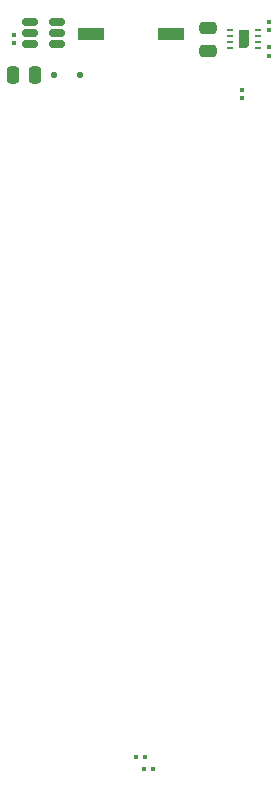
<source format=gbr>
%TF.GenerationSoftware,KiCad,Pcbnew,7.0.10*%
%TF.CreationDate,2024-01-08T08:34:30+01:00*%
%TF.ProjectId,mold_detect,6d6f6c64-5f64-4657-9465-63742e6b6963,rev?*%
%TF.SameCoordinates,Original*%
%TF.FileFunction,Paste,Top*%
%TF.FilePolarity,Positive*%
%FSLAX46Y46*%
G04 Gerber Fmt 4.6, Leading zero omitted, Abs format (unit mm)*
G04 Created by KiCad (PCBNEW 7.0.10) date 2024-01-08 08:34:30*
%MOMM*%
%LPD*%
G01*
G04 APERTURE LIST*
G04 Aperture macros list*
%AMRoundRect*
0 Rectangle with rounded corners*
0 $1 Rounding radius*
0 $2 $3 $4 $5 $6 $7 $8 $9 X,Y pos of 4 corners*
0 Add a 4 corners polygon primitive as box body*
4,1,4,$2,$3,$4,$5,$6,$7,$8,$9,$2,$3,0*
0 Add four circle primitives for the rounded corners*
1,1,$1+$1,$2,$3*
1,1,$1+$1,$4,$5*
1,1,$1+$1,$6,$7*
1,1,$1+$1,$8,$9*
0 Add four rect primitives between the rounded corners*
20,1,$1+$1,$2,$3,$4,$5,0*
20,1,$1+$1,$4,$5,$6,$7,0*
20,1,$1+$1,$6,$7,$8,$9,0*
20,1,$1+$1,$8,$9,$2,$3,0*%
%AMFreePoly0*
4,1,6,0.450000,-0.800000,-0.450000,-0.800000,-0.450000,0.530000,-0.180000,0.800000,0.450000,0.800000,0.450000,-0.800000,0.450000,-0.800000,$1*%
G04 Aperture macros list end*
%ADD10FreePoly0,180.000000*%
%ADD11R,0.550000X0.250000*%
%ADD12RoundRect,0.079500X0.100500X-0.079500X0.100500X0.079500X-0.100500X0.079500X-0.100500X-0.079500X0*%
%ADD13RoundRect,0.079500X-0.100500X0.079500X-0.100500X-0.079500X0.100500X-0.079500X0.100500X0.079500X0*%
%ADD14R,2.160000X1.120000*%
%ADD15RoundRect,0.125000X-0.125000X-0.125000X0.125000X-0.125000X0.125000X0.125000X-0.125000X0.125000X0*%
%ADD16RoundRect,0.079500X0.079500X0.100500X-0.079500X0.100500X-0.079500X-0.100500X0.079500X-0.100500X0*%
%ADD17RoundRect,0.150000X-0.512500X-0.150000X0.512500X-0.150000X0.512500X0.150000X-0.512500X0.150000X0*%
%ADD18RoundRect,0.079500X-0.079500X-0.100500X0.079500X-0.100500X0.079500X0.100500X-0.079500X0.100500X0*%
%ADD19RoundRect,0.250000X0.475000X-0.250000X0.475000X0.250000X-0.475000X0.250000X-0.475000X-0.250000X0*%
%ADD20RoundRect,0.250000X0.250000X0.475000X-0.250000X0.475000X-0.250000X-0.475000X0.250000X-0.475000X0*%
G04 APERTURE END LIST*
D10*
%TO.C,U1*%
X105625000Y-82450000D03*
D11*
X106800000Y-83200000D03*
X106800000Y-82700000D03*
X106800000Y-82200000D03*
X106800000Y-81700000D03*
X104450000Y-81700000D03*
X104450000Y-82200000D03*
X104450000Y-82700000D03*
X104450000Y-83200000D03*
%TD*%
D12*
%TO.C,R3*%
X86150000Y-82795000D03*
X86150000Y-82105000D03*
%TD*%
%TO.C,R6*%
X107800000Y-83845000D03*
X107800000Y-83155000D03*
%TD*%
D13*
%TO.C,R5*%
X107800000Y-80975000D03*
X107800000Y-81665000D03*
%TD*%
%TO.C,R4*%
X105500000Y-86725000D03*
X105500000Y-87415000D03*
%TD*%
D14*
%TO.C,SW1*%
X92735000Y-82000000D03*
X99465000Y-82000000D03*
%TD*%
D15*
%TO.C,D1*%
X89600000Y-85500000D03*
X91800000Y-85500000D03*
%TD*%
D16*
%TO.C,R2*%
X97905000Y-144250000D03*
X97215000Y-144250000D03*
%TD*%
D17*
%TO.C,U2*%
X87512500Y-81000000D03*
X87512500Y-81950000D03*
X87512500Y-82900000D03*
X89787500Y-82900000D03*
X89787500Y-81950000D03*
X89787500Y-81000000D03*
%TD*%
D18*
%TO.C,R1*%
X96535000Y-143250000D03*
X97225000Y-143250000D03*
%TD*%
D19*
%TO.C,C1*%
X102625000Y-83440000D03*
X102625000Y-81540000D03*
%TD*%
D20*
%TO.C,C2*%
X87950000Y-85500000D03*
X86050000Y-85500000D03*
%TD*%
M02*

</source>
